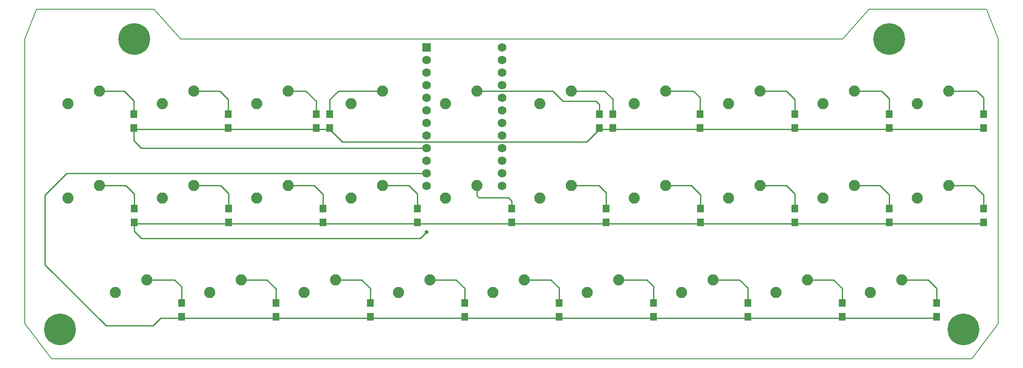
<source format=gbr>
G04 #@! TF.GenerationSoftware,KiCad,Pcbnew,(5.1.9)-1*
G04 #@! TF.CreationDate,2021-09-28T02:01:21-07:00*
G04 #@! TF.ProjectId,alphalpha rev2,616c7068-616c-4706-9861-20726576322e,rev?*
G04 #@! TF.SameCoordinates,Original*
G04 #@! TF.FileFunction,Copper,L2,Bot*
G04 #@! TF.FilePolarity,Positive*
%FSLAX46Y46*%
G04 Gerber Fmt 4.6, Leading zero omitted, Abs format (unit mm)*
G04 Created by KiCad (PCBNEW (5.1.9)-1) date 2021-09-28 02:01:21*
%MOMM*%
%LPD*%
G01*
G04 APERTURE LIST*
G04 #@! TA.AperFunction,Profile*
%ADD10C,0.200000*%
G04 #@! TD*
G04 #@! TA.AperFunction,SMDPad,CuDef*
%ADD11R,1.397000X1.600000*%
G04 #@! TD*
G04 #@! TA.AperFunction,ComponentPad*
%ADD12C,2.250000*%
G04 #@! TD*
G04 #@! TA.AperFunction,ComponentPad*
%ADD13R,1.752600X1.752600*%
G04 #@! TD*
G04 #@! TA.AperFunction,ComponentPad*
%ADD14C,1.752600*%
G04 #@! TD*
G04 #@! TA.AperFunction,ConnectorPad*
%ADD15C,6.400000*%
G04 #@! TD*
G04 #@! TA.AperFunction,ComponentPad*
%ADD16C,3.600000*%
G04 #@! TD*
G04 #@! TA.AperFunction,ViaPad*
%ADD17C,0.800000*%
G04 #@! TD*
G04 #@! TA.AperFunction,Conductor*
%ADD18C,0.250000*%
G04 #@! TD*
G04 APERTURE END LIST*
D10*
X47481250Y-13000000D02*
X181118750Y-13000000D01*
X186500000Y-7000000D02*
X181118750Y-13000000D01*
X186500000Y-7000000D02*
X210168750Y-7000000D01*
X212550000Y-13000000D02*
X210168750Y-7000000D01*
X42100000Y-7000000D02*
X47481250Y-13000000D01*
X16050000Y-13000000D02*
X18431250Y-7000000D01*
X207168750Y-77521000D02*
X212550000Y-70389750D01*
X16050000Y-70389750D02*
X21431250Y-77521000D01*
X18431250Y-7000000D02*
X42100000Y-7000000D01*
X212550000Y-13000000D02*
X212550000Y-70389750D01*
X207168750Y-77521000D02*
X21431250Y-77521000D01*
X16050000Y-70389750D02*
X16050000Y-13000000D01*
D11*
X132003800Y-28165600D03*
X132003800Y-30965600D03*
X74828400Y-28165600D03*
X74828400Y-30965600D03*
X38025000Y-28175000D03*
X38025000Y-30975000D03*
X57075000Y-28175000D03*
X57075000Y-30975000D03*
X77597000Y-28165600D03*
X77597000Y-30965600D03*
X134721600Y-28165600D03*
X134721600Y-30965600D03*
X152325000Y-28175000D03*
X152325000Y-30975000D03*
X171476600Y-28175000D03*
X171476600Y-30975000D03*
X190526600Y-28175000D03*
X190526600Y-30975000D03*
X209576600Y-28175000D03*
X209576600Y-30975000D03*
X38126600Y-47225000D03*
X38126600Y-50025000D03*
X57176600Y-47225000D03*
X57176600Y-50025000D03*
X76226600Y-47225000D03*
X76226600Y-50025000D03*
X95276600Y-47225000D03*
X95276600Y-50025000D03*
X114326600Y-47225000D03*
X114326600Y-50025000D03*
X133376600Y-47225000D03*
X133376600Y-50025000D03*
X152426600Y-47225000D03*
X152426600Y-50025000D03*
X171476600Y-47225000D03*
X171476600Y-50025000D03*
X190526600Y-47225000D03*
X190526600Y-50025000D03*
X209576600Y-47225000D03*
X209576600Y-50025000D03*
X47651600Y-66275000D03*
X47651600Y-69075000D03*
X66701600Y-66275000D03*
X66701600Y-69075000D03*
X85751600Y-66275000D03*
X85751600Y-69075000D03*
X104801600Y-66275000D03*
X104801600Y-69075000D03*
X123851600Y-66275000D03*
X123851600Y-69075000D03*
X142901600Y-66275000D03*
X142901600Y-69075000D03*
X161951600Y-66275000D03*
X161951600Y-69075000D03*
X181001600Y-66275000D03*
X181001600Y-69075000D03*
X200051600Y-66275000D03*
X200051600Y-69075000D03*
D12*
X31115000Y-23495000D03*
X24765000Y-26035000D03*
X50165000Y-23495000D03*
X43815000Y-26035000D03*
X69215000Y-23495000D03*
X62865000Y-26035000D03*
X88265000Y-23495000D03*
X81915000Y-26035000D03*
X107315000Y-23495000D03*
X100965000Y-26035000D03*
X126365000Y-23495000D03*
X120015000Y-26035000D03*
X145415000Y-23495000D03*
X139065000Y-26035000D03*
X164465000Y-23495000D03*
X158115000Y-26035000D03*
X183515000Y-23495000D03*
X177165000Y-26035000D03*
X202565000Y-23495000D03*
X196215000Y-26035000D03*
X31115000Y-42545000D03*
X24765000Y-45085000D03*
X50165000Y-42545000D03*
X43815000Y-45085000D03*
X69215000Y-42545000D03*
X62865000Y-45085000D03*
X88265000Y-42545000D03*
X81915000Y-45085000D03*
X107315000Y-42545000D03*
X100965000Y-45085000D03*
X126365000Y-42545000D03*
X120015000Y-45085000D03*
X145415000Y-42545000D03*
X139065000Y-45085000D03*
X164465000Y-42545000D03*
X158115000Y-45085000D03*
X183515000Y-42545000D03*
X177165000Y-45085000D03*
X202565000Y-42545000D03*
X196215000Y-45085000D03*
X40640000Y-61595000D03*
X34290000Y-64135000D03*
X59690000Y-61595000D03*
X53340000Y-64135000D03*
X78740000Y-61595000D03*
X72390000Y-64135000D03*
X97790000Y-61595000D03*
X91440000Y-64135000D03*
X116840000Y-61595000D03*
X110490000Y-64135000D03*
X135890000Y-61595000D03*
X129540000Y-64135000D03*
X154940000Y-61595000D03*
X148590000Y-64135000D03*
X173990000Y-61595000D03*
X167640000Y-64135000D03*
X193040000Y-61595000D03*
X186690000Y-64135000D03*
D13*
X97129600Y-14706600D03*
D14*
X97129600Y-17246600D03*
X97129600Y-19786600D03*
X97129600Y-22326600D03*
X97129600Y-24866600D03*
X97129600Y-27406600D03*
X97129600Y-29946600D03*
X97129600Y-32486600D03*
X97129600Y-35026600D03*
X97129600Y-37566600D03*
X97129600Y-40106600D03*
X112369600Y-42646600D03*
X112369600Y-40106600D03*
X112369600Y-37566600D03*
X112369600Y-35026600D03*
X112369600Y-32486600D03*
X112369600Y-29946600D03*
X112369600Y-27406600D03*
X112369600Y-24866600D03*
X112369600Y-22326600D03*
X112369600Y-19786600D03*
X112369600Y-17246600D03*
X97129600Y-42646600D03*
X112369600Y-14706600D03*
D15*
X205500000Y-71580000D03*
D16*
X205500000Y-71580000D03*
D15*
X23100000Y-71580000D03*
D16*
X23100000Y-71580000D03*
D15*
X190500000Y-13000000D03*
D16*
X190500000Y-13000000D03*
D15*
X38100000Y-13000000D03*
D16*
X38100000Y-13000000D03*
D17*
X97129600Y-51968400D03*
D18*
X209576600Y-31225000D02*
X190526600Y-31225000D01*
X190526600Y-31225000D02*
X171476600Y-31225000D01*
X171476600Y-31225000D02*
X152325000Y-31225000D01*
X134731000Y-31225000D02*
X134721600Y-31215600D01*
X152325000Y-31225000D02*
X134731000Y-31225000D01*
X134721600Y-31215600D02*
X132003800Y-31215600D01*
X77597000Y-31215600D02*
X74828400Y-31215600D01*
X57084400Y-31215600D02*
X57075000Y-31225000D01*
X74828400Y-31215600D02*
X57084400Y-31215600D01*
X57075000Y-31225000D02*
X38025000Y-31225000D01*
X80112600Y-33731200D02*
X77597000Y-31215600D01*
X129488200Y-33731200D02*
X80112600Y-33731200D01*
X132003800Y-31215600D02*
X129488200Y-33731200D01*
X38025000Y-31225000D02*
X38025000Y-33503800D01*
X39547800Y-35026600D02*
X97129600Y-35026600D01*
X38025000Y-33503800D02*
X39547800Y-35026600D01*
X209576600Y-50275000D02*
X190526600Y-50275000D01*
X190526600Y-50275000D02*
X171476600Y-50275000D01*
X171476600Y-50275000D02*
X152426600Y-50275000D01*
X152426600Y-50275000D02*
X133376600Y-50275000D01*
X133376600Y-50275000D02*
X114326600Y-50275000D01*
X114326600Y-50275000D02*
X95276600Y-50275000D01*
X95276600Y-50275000D02*
X76226600Y-50275000D01*
X76226600Y-50275000D02*
X57176600Y-50275000D01*
X57176600Y-50275000D02*
X38126600Y-50275000D01*
X38126600Y-50275000D02*
X38126600Y-51791800D01*
X38126600Y-51791800D02*
X39573200Y-53238400D01*
X39573200Y-53238400D02*
X95859600Y-53238400D01*
X95859600Y-53238400D02*
X97129600Y-51968400D01*
X97129600Y-51968400D02*
X97129600Y-51968400D01*
X200051600Y-69325000D02*
X181001600Y-69325000D01*
X181001600Y-69325000D02*
X161951600Y-69325000D01*
X161951600Y-69325000D02*
X142901600Y-69325000D01*
X142901600Y-69325000D02*
X123851600Y-69325000D01*
X123851600Y-69325000D02*
X104801600Y-69325000D01*
X104801600Y-69325000D02*
X85751600Y-69325000D01*
X85751600Y-69325000D02*
X66701600Y-69325000D01*
X66701600Y-69325000D02*
X47651600Y-69325000D01*
X47651600Y-69325000D02*
X43476400Y-69325000D01*
X43476400Y-69325000D02*
X41935400Y-70866000D01*
X41935400Y-70866000D02*
X32410400Y-70866000D01*
X32410400Y-70866000D02*
X20116800Y-58572400D01*
X20116800Y-58572400D02*
X20116800Y-44500800D01*
X24511000Y-40106600D02*
X97129600Y-40106600D01*
X20116800Y-44500800D02*
X24511000Y-40106600D01*
X38025000Y-27925000D02*
X38025000Y-25452000D01*
X36068000Y-23495000D02*
X31115000Y-23495000D01*
X38025000Y-25452000D02*
X36068000Y-23495000D01*
X57075000Y-27925000D02*
X57075000Y-25172600D01*
X55397400Y-23495000D02*
X50165000Y-23495000D01*
X57075000Y-25172600D02*
X55397400Y-23495000D01*
X74828400Y-27915600D02*
X74828400Y-25577800D01*
X72745600Y-23495000D02*
X69215000Y-23495000D01*
X74828400Y-25577800D02*
X72745600Y-23495000D01*
X77597000Y-27915600D02*
X77597000Y-25222200D01*
X79324200Y-23495000D02*
X88265000Y-23495000D01*
X77597000Y-25222200D02*
X79324200Y-23495000D01*
X107347901Y-23527901D02*
X122587901Y-23527901D01*
X107315000Y-23495000D02*
X107347901Y-23527901D01*
X122587901Y-23527901D02*
X124637800Y-25577800D01*
X124637800Y-25577800D02*
X131368800Y-25577800D01*
X132003800Y-26212800D02*
X132003800Y-27915600D01*
X131368800Y-25577800D02*
X132003800Y-26212800D01*
X134721600Y-27915600D02*
X134721600Y-25146000D01*
X133070600Y-23495000D02*
X126365000Y-23495000D01*
X134721600Y-25146000D02*
X133070600Y-23495000D01*
X152325000Y-27925000D02*
X152325000Y-24817000D01*
X151003000Y-23495000D02*
X145415000Y-23495000D01*
X152325000Y-24817000D02*
X151003000Y-23495000D01*
X171476600Y-27925000D02*
X171476600Y-25172600D01*
X169799000Y-23495000D02*
X164465000Y-23495000D01*
X171476600Y-25172600D02*
X169799000Y-23495000D01*
X190526600Y-27925000D02*
X190526600Y-25045600D01*
X188976000Y-23495000D02*
X183515000Y-23495000D01*
X190526600Y-25045600D02*
X188976000Y-23495000D01*
X209576600Y-27925000D02*
X209576600Y-24893200D01*
X208178400Y-23495000D02*
X202565000Y-23495000D01*
X209576600Y-24893200D02*
X208178400Y-23495000D01*
X38126600Y-46975000D02*
X38126600Y-44273400D01*
X36398200Y-42545000D02*
X31115000Y-42545000D01*
X38126600Y-44273400D02*
X36398200Y-42545000D01*
X57176600Y-46975000D02*
X57176600Y-44171800D01*
X55549800Y-42545000D02*
X50165000Y-42545000D01*
X57176600Y-44171800D02*
X55549800Y-42545000D01*
X76226600Y-46975000D02*
X76226600Y-44298800D01*
X74472800Y-42545000D02*
X69215000Y-42545000D01*
X76226600Y-44298800D02*
X74472800Y-42545000D01*
X95276600Y-46975000D02*
X95276600Y-44222600D01*
X93599000Y-42545000D02*
X88265000Y-42545000D01*
X95276600Y-44222600D02*
X93599000Y-42545000D01*
X114326600Y-46975000D02*
X114326600Y-45695800D01*
X114326600Y-45695800D02*
X113665000Y-45034200D01*
X113665000Y-45034200D02*
X107696000Y-45034200D01*
X107315000Y-44653200D02*
X107315000Y-42545000D01*
X107696000Y-45034200D02*
X107315000Y-44653200D01*
X133376600Y-46975000D02*
X133376600Y-44019400D01*
X131902200Y-42545000D02*
X126365000Y-42545000D01*
X133376600Y-44019400D02*
X131902200Y-42545000D01*
X152426600Y-46975000D02*
X152426600Y-44425800D01*
X150545800Y-42545000D02*
X145415000Y-42545000D01*
X152426600Y-44425800D02*
X150545800Y-42545000D01*
X171476600Y-46975000D02*
X171476600Y-44222600D01*
X169799000Y-42545000D02*
X164465000Y-42545000D01*
X171476600Y-44222600D02*
X169799000Y-42545000D01*
X190526600Y-46975000D02*
X190526600Y-44400400D01*
X188671200Y-42545000D02*
X183515000Y-42545000D01*
X190526600Y-44400400D02*
X188671200Y-42545000D01*
X209576600Y-46975000D02*
X209576600Y-44502000D01*
X207619600Y-42545000D02*
X202565000Y-42545000D01*
X209576600Y-44502000D02*
X207619600Y-42545000D01*
X47651600Y-66025000D02*
X47651600Y-62967800D01*
X46278800Y-61595000D02*
X40640000Y-61595000D01*
X47651600Y-62967800D02*
X46278800Y-61595000D01*
X66701600Y-66025000D02*
X66701600Y-63399600D01*
X64897000Y-61595000D02*
X59690000Y-61595000D01*
X66701600Y-63399600D02*
X64897000Y-61595000D01*
X85751600Y-66025000D02*
X85751600Y-63298000D01*
X84048600Y-61595000D02*
X78740000Y-61595000D01*
X85751600Y-63298000D02*
X84048600Y-61595000D01*
X104801600Y-66025000D02*
X104801600Y-63298000D01*
X103098600Y-61595000D02*
X97790000Y-61595000D01*
X104801600Y-63298000D02*
X103098600Y-61595000D01*
X123851600Y-66025000D02*
X123851600Y-63221800D01*
X122224800Y-61595000D02*
X116840000Y-61595000D01*
X123851600Y-63221800D02*
X122224800Y-61595000D01*
X142901600Y-66025000D02*
X142901600Y-62891600D01*
X141605000Y-61595000D02*
X135890000Y-61595000D01*
X142901600Y-62891600D02*
X141605000Y-61595000D01*
X161951600Y-66025000D02*
X161951600Y-63221800D01*
X160324800Y-61595000D02*
X154940000Y-61595000D01*
X161951600Y-63221800D02*
X160324800Y-61595000D01*
X181001600Y-66025000D02*
X181001600Y-63298000D01*
X179298600Y-61595000D02*
X173990000Y-61595000D01*
X181001600Y-63298000D02*
X179298600Y-61595000D01*
X200051600Y-66025000D02*
X200051600Y-63272600D01*
X198374000Y-61595000D02*
X193040000Y-61595000D01*
X200051600Y-63272600D02*
X198374000Y-61595000D01*
M02*

</source>
